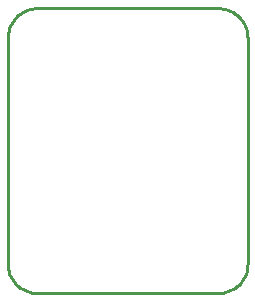
<source format=gbr>
G04 EAGLE Gerber RS-274X export*
G75*
%MOMM*%
%FSLAX34Y34*%
%LPD*%
%IN*%
%IPPOS*%
%AMOC8*
5,1,8,0,0,1.08239X$1,22.5*%
G01*
%ADD10C,0.254000*%


D10*
X0Y25400D02*
X97Y23186D01*
X386Y20989D01*
X865Y18826D01*
X1532Y16713D01*
X2380Y14666D01*
X3403Y12700D01*
X4594Y10831D01*
X5942Y9073D01*
X7440Y7440D01*
X9073Y5942D01*
X10831Y4594D01*
X12700Y3403D01*
X14666Y2380D01*
X16713Y1532D01*
X18826Y865D01*
X20989Y386D01*
X23186Y97D01*
X25400Y0D01*
X177800Y0D01*
X180014Y97D01*
X182211Y386D01*
X184374Y865D01*
X186487Y1532D01*
X188535Y2380D01*
X190500Y3403D01*
X192369Y4594D01*
X194127Y5942D01*
X195761Y7440D01*
X197258Y9073D01*
X198606Y10831D01*
X199797Y12700D01*
X200820Y14666D01*
X201668Y16713D01*
X202335Y18826D01*
X202814Y20989D01*
X203103Y23186D01*
X203200Y25400D01*
X203200Y215900D01*
X203103Y218114D01*
X202814Y220311D01*
X202335Y222474D01*
X201668Y224587D01*
X200820Y226635D01*
X199797Y228600D01*
X198606Y230469D01*
X197258Y232227D01*
X195761Y233861D01*
X194127Y235358D01*
X192369Y236706D01*
X190500Y237897D01*
X188535Y238920D01*
X186487Y239768D01*
X184374Y240435D01*
X182211Y240914D01*
X180014Y241203D01*
X177800Y241300D01*
X25400Y241300D01*
X23186Y241203D01*
X20989Y240914D01*
X18826Y240435D01*
X16713Y239768D01*
X14666Y238920D01*
X12700Y237897D01*
X10831Y236706D01*
X9073Y235358D01*
X7440Y233861D01*
X5942Y232227D01*
X4594Y230469D01*
X3403Y228600D01*
X2380Y226635D01*
X1532Y224587D01*
X865Y222474D01*
X386Y220311D01*
X97Y218114D01*
X0Y215900D01*
X0Y25400D01*
M02*

</source>
